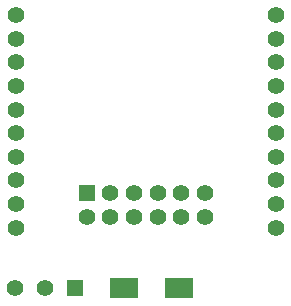
<source format=gbr>
G04 #@! TF.FileFunction,Soldermask,Bot*
%FSLAX46Y46*%
G04 Gerber Fmt 4.6, Leading zero omitted, Abs format (unit mm)*
G04 Created by KiCad (PCBNEW 4.0.3+e1-6302~38~ubuntu14.04.1-stable) date Sat Sep  3 15:57:03 2016*
%MOMM*%
%LPD*%
G01*
G04 APERTURE LIST*
%ADD10C,0.100000*%
%ADD11C,1.400000*%
%ADD12R,1.400000X1.400000*%
%ADD13R,1.397000X1.397000*%
%ADD14C,1.397000*%
%ADD15R,2.400000X1.800000*%
G04 APERTURE END LIST*
D10*
D11*
X179500000Y-113000000D03*
X177500000Y-113000000D03*
D12*
X175500000Y-113000000D03*
D11*
X181500000Y-113000000D03*
X183500000Y-113000000D03*
X185500000Y-113000000D03*
X185500000Y-115000000D03*
X183500000Y-115000000D03*
X181500000Y-115000000D03*
X179500000Y-115000000D03*
X177500000Y-115000000D03*
X175500000Y-115000000D03*
D13*
X174530000Y-121010000D03*
D14*
X171990000Y-121010000D03*
X169450000Y-121010000D03*
D15*
X183290000Y-121010000D03*
X178690000Y-121010000D03*
D11*
X169499260Y-97900000D03*
X169499260Y-105901000D03*
X169499260Y-109898960D03*
X169499260Y-107899980D03*
X169499260Y-101900500D03*
X169499260Y-103899480D03*
X169499260Y-99898980D03*
X169499260Y-113899460D03*
X169499260Y-115900980D03*
X169499260Y-111900480D03*
X191500740Y-111900480D03*
X191500740Y-115900980D03*
X191500740Y-113899460D03*
X191500740Y-99898980D03*
X191500740Y-103899480D03*
X191500740Y-101900500D03*
X191500740Y-107899980D03*
X191500740Y-109898960D03*
X191500740Y-105901000D03*
X191500740Y-97900000D03*
M02*

</source>
